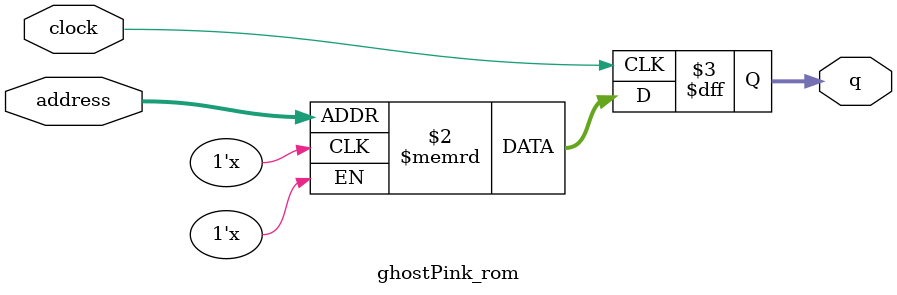
<source format=sv>
module ghostPink_rom (
	input logic clock,
	input logic [7:0] address,
	output logic [1:0] q
);

logic [1:0] memory [0:255] /* synthesis ram_init_file = "./ghostPink/ghostPink.mif" */;

always_ff @ (posedge clock) begin
	q <= memory[address];
end

endmodule

</source>
